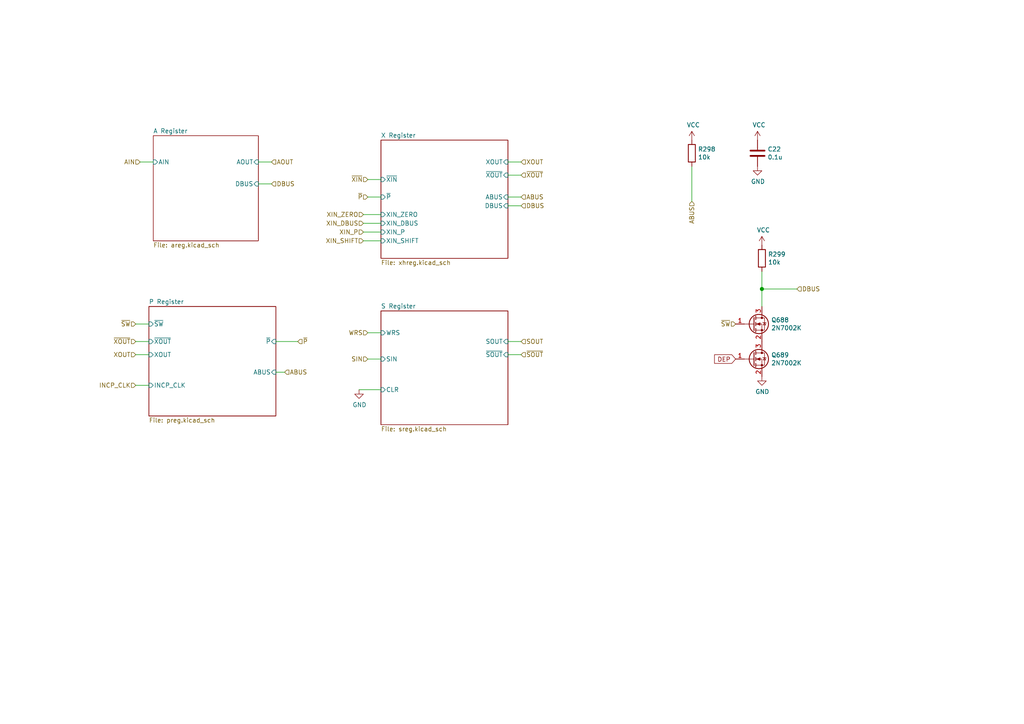
<source format=kicad_sch>
(kicad_sch (version 20210126) (generator eeschema)
  (paper "A4")
  (title_block (title "Q2 Bit Slice") (date "2021-02-05") (rev "1") (company "joewing.net"))
  (lib_symbols
    (symbol "Device:C" (pin_numbers hide) (pin_names (offset 0.254))
      (property "Reference" "C" (at 0.635 2.54 0))
      (property "Value" "C" (at 0.635 -2.54 0))
      (symbol "C_0_1"
        (polyline (pts (xy -2.032 -0.762) (xy 2.032 -0.762)) (stroke (width 0.508)))
        (polyline (pts (xy -2.032 0.762) (xy 2.032 0.762)) (stroke (width 0.508)))
      )
      (symbol "C_1_1"
        (pin passive line (at 0 3.81 270) (length 2.794) (name "~") (number "1"))
        (pin passive line (at 0 -3.81 90) (length 2.794) (name "~") (number "2"))
      )
    )
    (symbol "Device:R" (pin_numbers hide) (pin_names (offset 0))
      (property "Reference" "R" (at 2.032 0 90))
      (property "Value" "R" (at 0 0 90))
      (symbol "R_0_1"
        (rectangle (start -1.016 -2.54) (end 1.016 2.54) (stroke (width 0.254)))
      )
      (symbol "R_1_1"
        (pin passive line (at 0 3.81 270) (length 1.27) (name "~") (number "1"))
        (pin passive line (at 0 -3.81 90) (length 1.27) (name "~") (number "2"))
      )
    )
    (symbol "Transistor_FET:2N7002" (pin_names hide)
      (property "Reference" "Q" (at 5.08 1.905 0))
      (property "Value" "2N7002" (at 5.08 0 0))
      (symbol "2N7002_0_1"
        (circle (center 1.651 0) (radius 2.794) (stroke (width 0.254)))
        (circle (center 2.54 -1.778) (radius 0.254) (fill (type outline)))
        (circle (center 2.54 1.778) (radius 0.254) (fill (type outline)))
        (polyline (pts (xy 0.254 0) (xy -2.54 0)))
        (polyline (pts (xy 0.254 1.905) (xy 0.254 -1.905)) (stroke (width 0.254)))
        (polyline (pts (xy 0.762 -1.27) (xy 0.762 -2.286)) (stroke (width 0.254)))
        (polyline (pts (xy 0.762 0.508) (xy 0.762 -0.508)) (stroke (width 0.254)))
        (polyline (pts (xy 0.762 2.286) (xy 0.762 1.27)) (stroke (width 0.254)))
        (polyline (pts (xy 2.54 2.54) (xy 2.54 1.778)))
        (polyline (pts (xy 2.54 -2.54) (xy 2.54 0) (xy 0.762 0)))
        (polyline (pts (xy 0.762 -1.778) (xy 3.302 -1.778) (xy 3.302 1.778) (xy 0.762 1.778)))
        (polyline (pts (xy 2.794 0.508) (xy 2.921 0.381) (xy 3.683 0.381) (xy 3.81 0.254)))
        (polyline (pts (xy 3.302 0.381) (xy 2.921 -0.254) (xy 3.683 -0.254) (xy 3.302 0.381)))
        (polyline (pts (xy 1.016 0) (xy 2.032 0.381) (xy 2.032 -0.381) (xy 1.016 0)) (fill (type outline)))
      )
      (symbol "2N7002_1_1"
        (pin input line (at -5.08 0 0) (length 2.54) (name "G") (number "1"))
        (pin passive line (at 2.54 -5.08 90) (length 2.54) (name "S") (number "2"))
        (pin passive line (at 2.54 5.08 270) (length 2.54) (name "D") (number "3"))
      )
    )
    (symbol "power:GND" (power) (pin_names (offset 0))
      (property "Value" "GND" (at 0 -3.81 0))
      (symbol "GND_0_1"
        (polyline (pts (xy 0 0) (xy 0 -1.27) (xy 1.27 -1.27) (xy 0 -2.54) (xy -1.27 -1.27) (xy 0 -1.27)))
      )
      (symbol "GND_1_1"
        (pin power_in line (at 0 0 270) (length 0) hide (name "GND") (number "1"))
      )
    )
    (symbol "power:VCC" (power) (pin_names (offset 0))
      (property "Value" "VCC" (at 0 3.81 0))
      (symbol "VCC_0_1"
        (polyline (pts (xy -0.762 1.27) (xy 0 2.54)))
        (polyline (pts (xy 0 0) (xy 0 2.54)))
        (polyline (pts (xy 0 2.54) (xy 0.762 1.27)))
      )
      (symbol "VCC_1_1"
        (pin power_in line (at 0 0 90) (length 0) hide (name "VCC") (number "1"))
      )
    )
  )
  (junction (at 220.98 83.82) (diameter 1.016))
  (wire (pts (xy 39.37 93.98) (xy 43.18 93.98)))
  (wire (pts (xy 39.37 99.06) (xy 43.18 99.06)))
  (wire (pts (xy 39.37 102.87) (xy 43.18 102.87)))
  (wire (pts (xy 39.37 111.76) (xy 43.18 111.76)))
  (wire (pts (xy 44.45 46.99) (xy 40.64 46.99)))
  (wire (pts (xy 78.74 46.99) (xy 74.93 46.99)))
  (wire (pts (xy 78.74 53.34) (xy 74.93 53.34)))
  (wire (pts (xy 80.01 99.06) (xy 86.36 99.06)))
  (wire (pts (xy 80.01 107.95) (xy 82.55 107.95)))
  (wire (pts (xy 104.14 113.03) (xy 110.49 113.03)))
  (wire (pts (xy 105.41 62.23) (xy 110.49 62.23)))
  (wire (pts (xy 105.41 64.77) (xy 110.49 64.77)))
  (wire (pts (xy 105.41 67.31) (xy 110.49 67.31)))
  (wire (pts (xy 105.41 69.85) (xy 110.49 69.85)))
  (wire (pts (xy 106.68 52.07) (xy 110.49 52.07)))
  (wire (pts (xy 106.68 57.15) (xy 110.49 57.15)))
  (wire (pts (xy 106.68 96.52) (xy 110.49 96.52)))
  (wire (pts (xy 106.68 104.14) (xy 110.49 104.14)))
  (wire (pts (xy 147.32 46.99) (xy 151.13 46.99)))
  (wire (pts (xy 147.32 50.8) (xy 151.13 50.8)))
  (wire (pts (xy 147.32 57.15) (xy 151.13 57.15)))
  (wire (pts (xy 147.32 99.06) (xy 151.13 99.06)))
  (wire (pts (xy 147.32 102.87) (xy 151.13 102.87)))
  (wire (pts (xy 151.13 59.69) (xy 147.32 59.69)))
  (wire (pts (xy 200.66 48.26) (xy 200.66 58.42)))
  (wire (pts (xy 220.98 83.82) (xy 220.98 78.74)))
  (wire (pts (xy 220.98 83.82) (xy 231.14 83.82)))
  (wire (pts (xy 220.98 88.9) (xy 220.98 83.82)))
  (global_label "DEP" (shape input) (at 213.36 104.14 180) (property "Intersheet References" "${INTERSHEET_REFS}" (effects hide)))
  (hierarchical_label "~SW" (shape input) (at 39.37 93.98 180))
  (hierarchical_label "~XOUT" (shape input) (at 39.37 99.06 180))
  (hierarchical_label "XOUT" (shape input) (at 39.37 102.87 180))
  (hierarchical_label "INCP_CLK" (shape input) (at 39.37 111.76 180))
  (hierarchical_label "AIN" (shape input) (at 40.64 46.99 180))
  (hierarchical_label "AOUT" (shape input) (at 78.74 46.99 0))
  (hierarchical_label "DBUS" (shape input) (at 78.74 53.34 0))
  (hierarchical_label "ABUS" (shape input) (at 82.55 107.95 0))
  (hierarchical_label "~P" (shape input) (at 86.36 99.06 0))
  (hierarchical_label "XIN_ZERO" (shape input) (at 105.41 62.23 180))
  (hierarchical_label "XIN_DBUS" (shape input) (at 105.41 64.77 180))
  (hierarchical_label "XIN_P" (shape input) (at 105.41 67.31 180))
  (hierarchical_label "XIN_SHIFT" (shape input) (at 105.41 69.85 180))
  (hierarchical_label "~XIN" (shape input) (at 106.68 52.07 180))
  (hierarchical_label "~P" (shape input) (at 106.68 57.15 180))
  (hierarchical_label "WRS" (shape input) (at 106.68 96.52 180))
  (hierarchical_label "SIN" (shape input) (at 106.68 104.14 180))
  (hierarchical_label "XOUT" (shape input) (at 151.13 46.99 0))
  (hierarchical_label "~XOUT" (shape input) (at 151.13 50.8 0))
  (hierarchical_label "ABUS" (shape input) (at 151.13 57.15 0))
  (hierarchical_label "DBUS" (shape input) (at 151.13 59.69 0))
  (hierarchical_label "SOUT" (shape input) (at 151.13 99.06 0))
  (hierarchical_label "~SOUT" (shape input) (at 151.13 102.87 0))
  (hierarchical_label "ABUS" (shape input) (at 200.66 58.42 270))
  (hierarchical_label "~SW" (shape input) (at 213.36 93.98 180))
  (hierarchical_label "DBUS" (shape input) (at 231.14 83.82 0))
  (symbol (lib_id "power:VCC") (at 200.66 40.64 0)
    (property "Reference" "#PWR0598" (effects hide))
    (property "Value" "VCC" (at 201.0918 36.2458 0))
  )
  (symbol (lib_id "power:VCC") (at 219.71 40.64 0)
    (property "Reference" "#PWR0599" (effects hide))
    (property "Value" "VCC" (at 220.1418 36.2458 0))
  )
  (symbol (lib_id "power:VCC") (at 220.98 71.12 0)
    (property "Reference" "#PWR0601" (effects hide))
    (property "Value" "VCC" (at 221.4118 66.7258 0))
  )
  (symbol (lib_id "power:GND") (at 104.14 113.03 0)
    (property "Reference" "#PWR0603" (effects hide))
    (property "Value" "GND" (at 104.267 117.4242 0))
  )
  (symbol (lib_id "power:GND") (at 219.71 48.26 0)
    (property "Reference" "#PWR0600" (effects hide))
    (property "Value" "GND" (at 219.837 52.6542 0))
  )
  (symbol (lib_id "power:GND") (at 220.98 109.22 0)
    (property "Reference" "#PWR0602" (effects hide))
    (property "Value" "GND" (at 221.107 113.6142 0))
  )
  (symbol (lib_id "Device:R") (at 200.66 44.45 0)
    (property "Reference" "R298" (at 202.438 43.2816 0) (effects (justify left)))
    (property "Value" "10k" (at 202.438 45.593 0) (effects (justify left)))
    (property "Footprint" "Resistor_SMD:R_0805_2012Metric" (effects hide))
    (property "LCSC" "C17414" (effects hide))
  )
  (symbol (lib_id "Device:R") (at 220.98 74.93 0)
    (property "Reference" "R299" (at 222.758 73.7616 0) (effects (justify left)))
    (property "Value" "10k" (at 222.758 76.073 0) (effects (justify left)))
    (property "Footprint" "Resistor_SMD:R_0805_2012Metric" (effects hide))
    (property "LCSC" "C17414" (effects hide))
  )
  (symbol (lib_id "Device:C") (at 219.71 44.45 0)
    (property "Reference" "C22" (at 222.631 43.2816 0) (effects (justify left)))
    (property "Value" "0.1u" (at 222.631 45.593 0) (effects (justify left)))
    (property "Footprint" "Capacitor_SMD:C_0805_2012Metric" (effects hide))
    (property "LCSC" "C49678" (effects hide))
  )
  (symbol (lib_id "Transistor_FET:2N7002") (at 218.44 93.98 0)
    (property "Reference" "Q688" (at 223.6724 92.8116 0) (effects (justify left)))
    (property "Value" "2N7002K" (at 223.672 95.123 0) (effects (justify left)))
    (property "Footprint" "Package_TO_SOT_SMD:SOT-23" (effects hide))
    (property "Datasheet" "https://datasheet.lcsc.com/szlcsc/Guangdong-Hottech-2N7002K_C181083.pdf" (effects hide))
    (property "LCSC" "C181083" (effects hide))
  )
  (symbol (lib_id "Transistor_FET:2N7002") (at 218.44 104.14 0)
    (property "Reference" "Q689" (at 223.6724 102.9716 0) (effects (justify left)))
    (property "Value" "2N7002K" (at 223.672 105.283 0) (effects (justify left)))
    (property "Footprint" "Package_TO_SOT_SMD:SOT-23" (effects hide))
    (property "Datasheet" "https://datasheet.lcsc.com/szlcsc/Guangdong-Hottech-2N7002K_C181083.pdf" (effects hide))
    (property "LCSC" "C181083" (effects hide))
  )
  (sheet (at 44.45 39.37) (size 30.48 30.48)
    (property "Sheet name" "A Register" (at 44.45 38.7345 0) (effects (justify left bottom)))
    (property "Sheet file" "areg.kicad_sch" (at 44.45 70.3585 0) (effects (justify left top)))
    (pin "AIN" input (at 44.45 46.99 180))
    (pin "AOUT" input (at 74.93 46.99 0))
    (pin "DBUS" input (at 74.93 53.34 0))
  )
  (sheet (at 43.18 88.9) (size 36.83 31.75)
    (property "Sheet name" "P Register" (at 43.18 88.2645 0) (effects (justify left bottom)))
    (property "Sheet file" "preg.kicad_sch" (at 43.18 121.1585 0) (effects (justify left top)))
    (pin "~XOUT" input (at 43.18 99.06 180))
    (pin "~SW" input (at 43.18 93.98 180))
    (pin "XOUT" input (at 43.18 102.87 180))
    (pin "ABUS" input (at 80.01 107.95 0))
    (pin "~P" input (at 80.01 99.06 0))
    (pin "INCP_CLK" input (at 43.18 111.76 180))
  )
  (sheet (at 110.49 90.17) (size 36.83 33.02)
    (property "Sheet name" "S Register" (at 110.49 89.5345 0) (effects (justify left bottom)))
    (property "Sheet file" "sreg.kicad_sch" (at 110.49 123.6985 0) (effects (justify left top)))
    (pin "~SOUT" input (at 147.32 102.87 0))
    (pin "SOUT" input (at 147.32 99.06 0))
    (pin "SIN" input (at 110.49 104.14 180))
    (pin "WRS" input (at 110.49 96.52 180))
    (pin "CLR" input (at 110.49 113.03 180))
  )
  (sheet (at 110.49 40.64) (size 36.83 34.29)
    (property "Sheet name" "X Register" (at 110.49 40.0045 0) (effects (justify left bottom)))
    (property "Sheet file" "xhreg.kicad_sch" (at 110.49 75.439 0) (effects (justify left top)))
    (pin "DBUS" input (at 147.32 59.69 0))
    (pin "XOUT" input (at 147.32 46.99 0))
    (pin "~P" input (at 110.49 57.15 180))
    (pin "~XIN" input (at 110.49 52.07 180))
    (pin "ABUS" input (at 147.32 57.15 0))
    (pin "~XOUT" input (at 147.32 50.8 0))
    (pin "XIN_ZERO" input (at 110.49 62.23 180))
    (pin "XIN_DBUS" input (at 110.49 64.77 180))
    (pin "XIN_P" input (at 110.49 67.31 180))
    (pin "XIN_SHIFT" input (at 110.49 69.85 180))
  )
)
</source>
